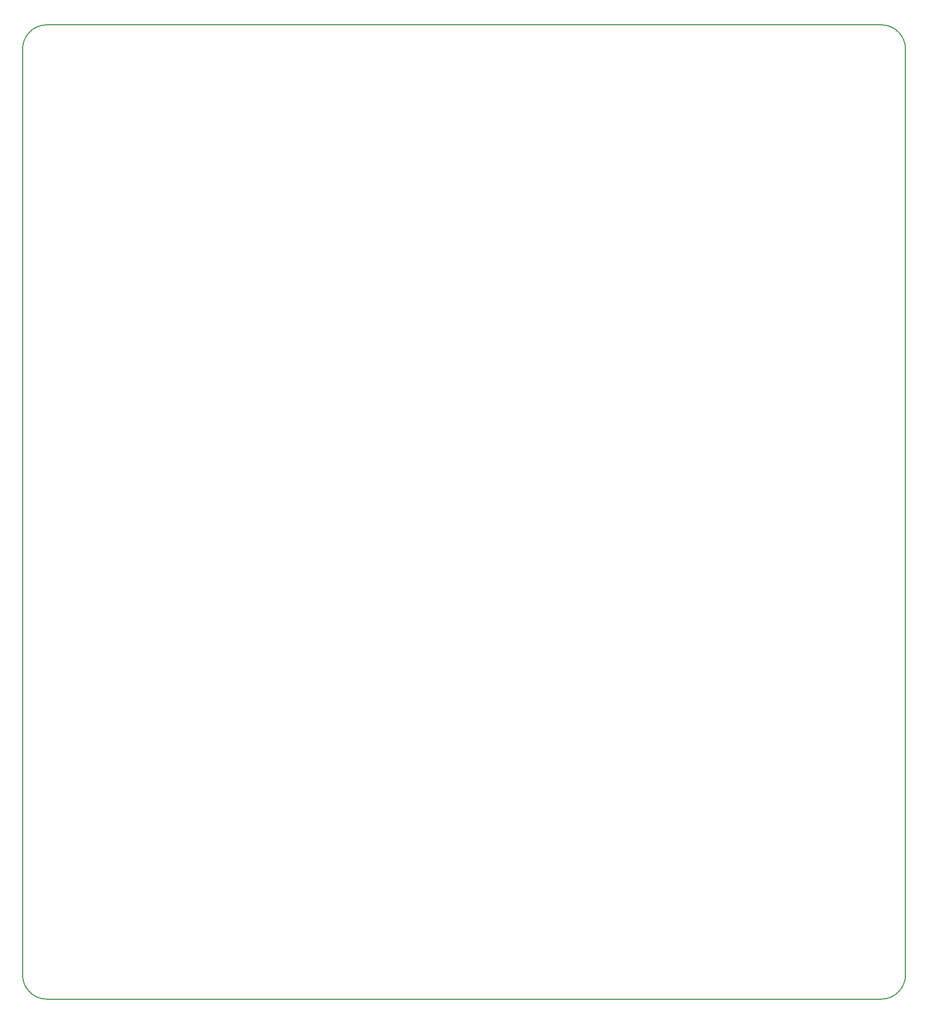
<source format=gbr>
G04 #@! TF.GenerationSoftware,KiCad,Pcbnew,(2017-01-06 revision 5fee9b2)-master*
G04 #@! TF.CreationDate,2017-03-29T10:20:31-06:00*
G04 #@! TF.ProjectId,egse_proto,656773655F70726F746F2E6B69636164,1*
G04 #@! TF.FileFunction,Profile,NP*
%FSLAX46Y46*%
G04 Gerber Fmt 4.6, Leading zero omitted, Abs format (unit mm)*
G04 Created by KiCad (PCBNEW (2017-01-06 revision 5fee9b2)-master) date Wednesday, March 29, 2017 'AMt' 10:20:31 AM*
%MOMM*%
%LPD*%
G01*
G04 APERTURE LIST*
%ADD10C,0.100000*%
%ADD11C,0.150000*%
G04 APERTURE END LIST*
D10*
D11*
X25000000Y-19100000D02*
G75*
G03X21000000Y-23100000I0J-4000000D01*
G01*
X166000000Y-23100000D02*
G75*
G03X162000000Y-19100000I-4000000J0D01*
G01*
X162000000Y-179100000D02*
G75*
G03X166000000Y-175100000I0J4000000D01*
G01*
X21000000Y-175100000D02*
G75*
G03X25000000Y-179100000I4000000J0D01*
G01*
X25000000Y-19100000D02*
X162000000Y-19100000D01*
X21000000Y-175100000D02*
X21000000Y-23100000D01*
X162000000Y-179100000D02*
X25000000Y-179100000D01*
X166000000Y-23100000D02*
X166000000Y-175100000D01*
M02*

</source>
